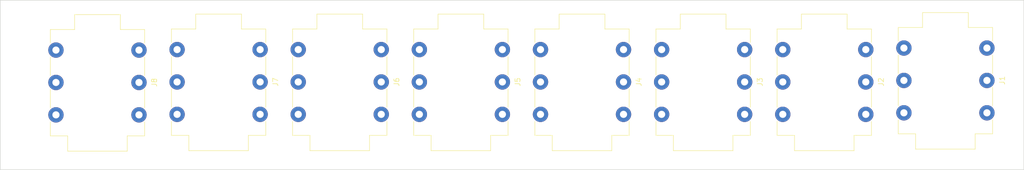
<source format=kicad_pcb>
(kicad_pcb (version 20221018) (generator pcbnew)
  (layers (0 "F.Cu" signal) (31 "B.Cu" signal) (34 "B.Paste" user) (35 "F.Paste" user) (36 "B.SilkS" user "B.Silkscreen") (37 "F.SilkS" user "F.Silkscreen") (38 "B.Mask" user) (39 "F.Mask" user) (44 "Edge.Cuts" user))
  (net 0 "")
  (footprint "Connector_Audio:Jack_6.35mm_Neutrik_NMJ6HCD2_Horizontal" (layer "F.Cu") (at 150.36 79.17 -90)
    (fp_text reference "J5" (at 6.35 -3 90) (layer "F.SilkS"))
    (fp_text value "NMJ6HFD2")
    (fp_line (start -6.95 3.645) (end -4.03 3.645) (stroke (width 0.12)) (layer "F.SilkS"))
    (fp_line (start -6.95 12.545) (end -6.95 3.645) (stroke (width 0.12)) (layer "F.SilkS"))
    (fp_line (start -6.95 12.585) (end -4.03 12.585) (stroke (width 0.12)) (layer "F.SilkS"))
    (fp_line (start -4.03 -1.105) (end -1.4 -1.105) (stroke (width 0.12)) (layer "F.SilkS"))
    (fp_line (start -4.03 3.645) (end -4.03 -1.105) (stroke (width 0.12)) (layer "F.SilkS"))
    (fp_line (start -4.03 17.335) (end -4.03 12.585) (stroke (width 0.12)) (layer "F.SilkS"))
    (fp_line (start -1.4 17.335) (end -4.03 17.335) (stroke (width 0.12)) (layer "F.SilkS"))
    (fp_line (start 1.4 -1.105) (end 5 -1.105) (stroke (width 0.12)) (layer "F.SilkS"))
    (fp_line (start 5 17.335) (end 1.4 17.335) (stroke (width 0.12)) (layer "F.SilkS"))
    (fp_line (start 7.7 -1.105) (end 11.3 -1.105) (stroke (width 0.12)) (layer "F.SilkS"))
    (fp_line (start 11.3 17.335) (end 7.7 17.335) (stroke (width 0.12)) (layer "F.SilkS"))
    (fp_line (start 16.82 -1.105) (end 14.1 -1.105) (stroke (width 0.12)) (layer "F.SilkS"))
    (fp_line (start 16.82 2.295) (end 16.82 -1.105) (stroke (width 0.12)) (layer "F.SilkS"))
    (fp_line (start 16.82 2.295) (end 19.82 2.295) (stroke (width 0.12)) (layer "F.SilkS"))
    (fp_line (start 16.82 13.935) (end 19.82 13.935) (stroke (width 0.12)) (layer "F.SilkS"))
    (fp_line (start 16.82 17.335) (end 14.1 17.335) (stroke (width 0.12)) (layer "F.SilkS"))
    (fp_line (start 16.82 17.335) (end 16.82 13.935) (stroke (width 0.12)) (layer "F.SilkS"))
    (fp_line (start 19.82 13.935) (end 19.82 2.295) (stroke (width 0.12)) (layer "F.SilkS"))
    (pad "R" thru_hole circle (at 6.35 0 270) (size 3 3) (drill 1.4) (layers "*.Cu" "*.Mask"))
    (pad "RN" thru_hole circle (at 6.35 16.23 270) (size 3 3) (drill 1.4) (layers "*.Cu" "*.Mask"))
    (pad "S" thru_hole circle (at 12.7 0 270) (size 3 3) (drill 1.4) (layers "*.Cu" "*.Mask"))
    (pad "SN" thru_hole circle (at 12.7 16.23 270) (size 3 3) (drill 1.4) (layers "*.Cu" "*.Mask"))
    (pad "T" thru_hole circle (at 0 0 270) (size 3 3) (drill 1.4) (layers "*.Cu" "*.Mask"))
    (pad "TN" thru_hole circle (at 0 16.23 270) (size 3 3) (drill 1.4) (layers "*.Cu" "*.Mask"))
  )
  (footprint "Connector_Audio:Jack_6.35mm_Neutrik_NMJ6HCD2_Horizontal" (layer "F.Cu") (at 221.4 79.17 -90)
    (fp_text reference "J2" (at 6.35 -3 90) (layer "F.SilkS"))
    (fp_text value "NMJ6HFD2")
    (fp_line (start -6.95 3.645) (end -4.03 3.645) (stroke (width 0.12)) (layer "F.SilkS"))
    (fp_line (start -6.95 12.545) (end -6.95 3.645) (stroke (width 0.12)) (layer "F.SilkS"))
    (fp_line (start -6.95 12.585) (end -4.03 12.585) (stroke (width 0.12)) (layer "F.SilkS"))
    (fp_line (start -4.03 -1.105) (end -1.4 -1.105) (stroke (width 0.12)) (layer "F.SilkS"))
    (fp_line (start -4.03 3.645) (end -4.03 -1.105) (stroke (width 0.12)) (layer "F.SilkS"))
    (fp_line (start -4.03 17.335) (end -4.03 12.585) (stroke (width 0.12)) (layer "F.SilkS"))
    (fp_line (start -1.4 17.335) (end -4.03 17.335) (stroke (width 0.12)) (layer "F.SilkS"))
    (fp_line (start 1.4 -1.105) (end 5 -1.105) (stroke (width 0.12)) (layer "F.SilkS"))
    (fp_line (start 5 17.335) (end 1.4 17.335) (stroke (width 0.12)) (layer "F.SilkS"))
    (fp_line (start 7.7 -1.105) (end 11.3 -1.105) (stroke (width 0.12)) (layer "F.SilkS"))
    (fp_line (start 11.3 17.335) (end 7.7 17.335) (stroke (width 0.12)) (layer "F.SilkS"))
    (fp_line (start 16.82 -1.105) (end 14.1 -1.105) (stroke (width 0.12)) (layer "F.SilkS"))
    (fp_line (start 16.82 2.295) (end 16.82 -1.105) (stroke (width 0.12)) (layer "F.SilkS"))
    (fp_line (start 16.82 2.295) (end 19.82 2.295) (stroke (width 0.12)) (layer "F.SilkS"))
    (fp_line (start 16.82 13.935) (end 19.82 13.935) (stroke (width 0.12)) (layer "F.SilkS"))
    (fp_line (start 16.82 17.335) (end 14.1 17.335) (stroke (width 0.12)) (layer "F.SilkS"))
    (fp_line (start 16.82 17.335) (end 16.82 13.935) (stroke (width 0.12)) (layer "F.SilkS"))
    (fp_line (start 19.82 13.935) (end 19.82 2.295) (stroke (width 0.12)) (layer "F.SilkS"))
    (pad "R" thru_hole circle (at 6.35 0 270) (size 3 3) (drill 1.4) (layers "*.Cu" "*.Mask"))
    (pad "RN" thru_hole circle (at 6.35 16.23 270) (size 3 3) (drill 1.4) (layers "*.Cu" "*.Mask"))
    (pad "S" thru_hole circle (at 12.7 0 270) (size 3 3) (drill 1.4) (layers "*.Cu" "*.Mask"))
    (pad "SN" thru_hole circle (at 12.7 16.23 270) (size 3 3) (drill 1.4) (layers "*.Cu" "*.Mask"))
    (pad "T" thru_hole circle (at 0 0 270) (size 3 3) (drill 1.4) (layers "*.Cu" "*.Mask"))
    (pad "TN" thru_hole circle (at 0 16.23 270) (size 3 3) (drill 1.4) (layers "*.Cu" "*.Mask"))
  )
  (footprint "Connector_Audio:Jack_6.35mm_Neutrik_NMJ6HCD2_Horizontal" (layer "F.Cu") (at 245.08 78.87 -90)
    (fp_text reference "J1" (at 6.35 -3 90) (layer "F.SilkS"))
    (fp_text value "NMJ6HFD2")
    (fp_line (start -6.95 3.645) (end -4.03 3.645) (stroke (width 0.12)) (layer "F.SilkS"))
    (fp_line (start -6.95 12.545) (end -6.95 3.645) (stroke (width 0.12)) (layer "F.SilkS"))
    (fp_line (start -6.95 12.585) (end -4.03 12.585) (stroke (width 0.12)) (layer "F.SilkS"))
    (fp_line (start -4.03 -1.105) (end -1.4 -1.105) (stroke (width 0.12)) (layer "F.SilkS"))
    (fp_line (start -4.03 3.645) (end -4.03 -1.105) (stroke (width 0.12)) (layer "F.SilkS"))
    (fp_line (start -4.03 17.335) (end -4.03 12.585) (stroke (width 0.12)) (layer "F.SilkS"))
    (fp_line (start -1.4 17.335) (end -4.03 17.335) (stroke (width 0.12)) (layer "F.SilkS"))
    (fp_line (start 1.4 -1.105) (end 5 -1.105) (stroke (width 0.12)) (layer "F.SilkS"))
    (fp_line (start 5 17.335) (end 1.4 17.335) (stroke (width 0.12)) (layer "F.SilkS"))
    (fp_line (start 7.7 -1.105) (end 11.3 -1.105) (stroke (width 0.12)) (layer "F.SilkS"))
    (fp_line (start 11.3 17.335) (end 7.7 17.335) (stroke (width 0.12)) (layer "F.SilkS"))
    (fp_line (start 16.82 -1.105) (end 14.1 -1.105) (stroke (width 0.12)) (layer "F.SilkS"))
    (fp_line (start 16.82 2.295) (end 16.82 -1.105) (stroke (width 0.12)) (layer "F.SilkS"))
    (fp_line (start 16.82 2.295) (end 19.82 2.295) (stroke (width 0.12)) (layer "F.SilkS"))
    (fp_line (start 16.82 13.935) (end 19.82 13.935) (stroke (width 0.12)) (layer "F.SilkS"))
    (fp_line (start 16.82 17.335) (end 14.1 17.335) (stroke (width 0.12)) (layer "F.SilkS"))
    (fp_line (start 16.82 17.335) (end 16.82 13.935) (stroke (width 0.12)) (layer "F.SilkS"))
    (fp_line (start 19.82 13.935) (end 19.82 2.295) (stroke (width 0.12)) (layer "F.SilkS"))
    (pad "R" thru_hole circle (at 6.35 0 270) (size 3 3) (drill 1.4) (layers "*.Cu" "*.Mask"))
    (pad "RN" thru_hole circle (at 6.35 16.23 270) (size 3 3) (drill 1.4) (layers "*.Cu" "*.Mask"))
    (pad "S" thru_hole circle (at 12.7 0 270) (size 3 3) (drill 1.4) (layers "*.Cu" "*.Mask"))
    (pad "SN" thru_hole circle (at 12.7 16.23 270) (size 3 3) (drill 1.4) (layers "*.Cu" "*.Mask"))
    (pad "T" thru_hole circle (at 0 0 270) (size 3 3) (drill 1.4) (layers "*.Cu" "*.Mask"))
    (pad "TN" thru_hole circle (at 0 16.23 270) (size 3 3) (drill 1.4) (layers "*.Cu" "*.Mask"))
  )
  (footprint "Connector_Audio:Jack_6.35mm_Neutrik_NMJ6HCD2_Horizontal" (layer "F.Cu") (at 126.68 79.17 -90)
    (fp_text reference "J6" (at 6.35 -3 90) (layer "F.SilkS"))
    (fp_text value "NMJ6HFD2")
    (fp_line (start -6.95 3.645) (end -4.03 3.645) (stroke (width 0.12)) (layer "F.SilkS"))
    (fp_line (start -6.95 12.545) (end -6.95 3.645) (stroke (width 0.12)) (layer "F.SilkS"))
    (fp_line (start -6.95 12.585) (end -4.03 12.585) (stroke (width 0.12)) (layer "F.SilkS"))
    (fp_line (start -4.03 -1.105) (end -1.4 -1.105) (stroke (width 0.12)) (layer "F.SilkS"))
    (fp_line (start -4.03 3.645) (end -4.03 -1.105) (stroke (width 0.12)) (layer "F.SilkS"))
    (fp_line (start -4.03 17.335) (end -4.03 12.585) (stroke (width 0.12)) (layer "F.SilkS"))
    (fp_line (start -1.4 17.335) (end -4.03 17.335) (stroke (width 0.12)) (layer "F.SilkS"))
    (fp_line (start 1.4 -1.105) (end 5 -1.105) (stroke (width 0.12)) (layer "F.SilkS"))
    (fp_line (start 5 17.335) (end 1.4 17.335) (stroke (width 0.12)) (layer "F.SilkS"))
    (fp_line (start 7.7 -1.105) (end 11.3 -1.105) (stroke (width 0.12)) (layer "F.SilkS"))
    (fp_line (start 11.3 17.335) (end 7.7 17.335) (stroke (width 0.12)) (layer "F.SilkS"))
    (fp_line (start 16.82 -1.105) (end 14.1 -1.105) (stroke (width 0.12)) (layer "F.SilkS"))
    (fp_line (start 16.82 2.295) (end 16.82 -1.105) (stroke (width 0.12)) (layer "F.SilkS"))
    (fp_line (start 16.82 2.295) (end 19.82 2.295) (stroke (width 0.12)) (layer "F.SilkS"))
    (fp_line (start 16.82 13.935) (end 19.82 13.935) (stroke (width 0.12)) (layer "F.SilkS"))
    (fp_line (start 16.82 17.335) (end 14.1 17.335) (stroke (width 0.12)) (layer "F.SilkS"))
    (fp_line (start 16.82 17.335) (end 16.82 13.935) (stroke (width 0.12)) (layer "F.SilkS"))
    (fp_line (start 19.82 13.935) (end 19.82 2.295) (stroke (width 0.12)) (layer "F.SilkS"))
    (pad "R" thru_hole circle (at 6.35 0 270) (size 3 3) (drill 1.4) (layers "*.Cu" "*.Mask"))
    (pad "RN" thru_hole circle (at 6.35 16.23 270) (size 3 3) (drill 1.4) (layers "*.Cu" "*.Mask"))
    (pad "S" thru_hole circle (at 12.7 0 270) (size 3 3) (drill 1.4) (layers "*.Cu" "*.Mask"))
    (pad "SN" thru_hole circle (at 12.7 16.23 270) (size 3 3) (drill 1.4) (layers "*.Cu" "*.Mask"))
    (pad "T" thru_hole circle (at 0 0 270) (size 3 3) (drill 1.4) (layers "*.Cu" "*.Mask"))
    (pad "TN" thru_hole circle (at 0 16.23 270) (size 3 3) (drill 1.4) (layers "*.Cu" "*.Mask"))
  )
  (footprint "Connector_Audio:Jack_6.35mm_Neutrik_NMJ6HCD2_Horizontal" (layer "F.Cu") (at 174.04 79.17 -90)
    (fp_text reference "J4" (at 6.35 -3 90) (layer "F.SilkS"))
    (fp_text value "NMJ6HFD2")
    (fp_line (start -6.95 3.645) (end -4.03 3.645) (stroke (width 0.12)) (layer "F.SilkS"))
    (fp_line (start -6.95 12.545) (end -6.95 3.645) (stroke (width 0.12)) (layer "F.SilkS"))
    (fp_line (start -6.95 12.585) (end -4.03 12.585) (stroke (width 0.12)) (layer "F.SilkS"))
    (fp_line (start -4.03 -1.105) (end -1.4 -1.105) (stroke (width 0.12)) (layer "F.SilkS"))
    (fp_line (start -4.03 3.645) (end -4.03 -1.105) (stroke (width 0.12)) (layer "F.SilkS"))
    (fp_line (start -4.03 17.335) (end -4.03 12.585) (stroke (width 0.12)) (layer "F.SilkS"))
    (fp_line (start -1.4 17.335) (end -4.03 17.335) (stroke (width 0.12)) (layer "F.SilkS"))
    (fp_line (start 1.4 -1.105) (end 5 -1.105) (stroke (width 0.12)) (layer "F.SilkS"))
    (fp_line (start 5 17.335) (end 1.4 17.335) (stroke (width 0.12)) (layer "F.SilkS"))
    (fp_line (start 7.7 -1.105) (end 11.3 -1.105) (stroke (width 0.12)) (layer "F.SilkS"))
    (fp_line (start 11.3 17.335) (end 7.7 17.335) (stroke (width 0.12)) (layer "F.SilkS"))
    (fp_line (start 16.82 -1.105) (end 14.1 -1.105) (stroke (width 0.12)) (layer "F.SilkS"))
    (fp_line (start 16.82 2.295) (end 16.82 -1.105) (stroke (width 0.12)) (layer "F.SilkS"))
    (fp_line (start 16.82 2.295) (end 19.82 2.295) (stroke (width 0.12)) (layer "F.SilkS"))
    (fp_line (start 16.82 13.935) (end 19.82 13.935) (stroke (width 0.12)) (layer "F.SilkS"))
    (fp_line (start 16.82 17.335) (end 14.1 17.335) (stroke (width 0.12)) (layer "F.SilkS"))
    (fp_line (start 16.82 17.335) (end 16.82 13.935) (stroke (width 0.12)) (layer "F.SilkS"))
    (fp_line (start 19.82 13.935) (end 19.82 2.295) (stroke (width 0.12)) (layer "F.SilkS"))
    (pad "R" thru_hole circle (at 6.35 0 270) (size 3 3) (drill 1.4) (layers "*.Cu" "*.Mask"))
    (pad "RN" thru_hole circle (at 6.35 16.23 270) (size 3 3) (drill 1.4) (layers "*.Cu" "*.Mask"))
    (pad "S" thru_hole circle (at 12.7 0 270) (size 3 3) (drill 1.4) (layers "*.Cu" "*.Mask"))
    (pad "SN" thru_hole circle (at 12.7 16.23 270) (size 3 3) (drill 1.4) (layers "*.Cu" "*.Mask"))
    (pad "T" thru_hole circle (at 0 0 270) (size 3 3) (drill 1.4) (layers "*.Cu" "*.Mask"))
    (pad "TN" thru_hole circle (at 0 16.23 270) (size 3 3) (drill 1.4) (layers "*.Cu" "*.Mask"))
  )
  (footprint "Connector_Audio:Jack_6.35mm_Neutrik_NMJ6HCD2_Horizontal" (layer "F.Cu") (at 103 79.17 -90)
    (fp_text reference "J7" (at 6.35 -3 90) (layer "F.SilkS"))
    (fp_text value "NMJ6HFD2")
    (fp_line (start -6.95 3.645) (end -4.03 3.645) (stroke (width 0.12)) (layer "F.SilkS"))
    (fp_line (start -6.95 12.545) (end -6.95 3.645) (stroke (width 0.12)) (layer "F.SilkS"))
    (fp_line (start -6.95 12.585) (end -4.03 12.585) (stroke (width 0.12)) (layer "F.SilkS"))
    (fp_line (start -4.03 -1.105) (end -1.4 -1.105) (stroke (width 0.12)) (layer "F.SilkS"))
    (fp_line (start -4.03 3.645) (end -4.03 -1.105) (stroke (width 0.12)) (layer "F.SilkS"))
    (fp_line (start -4.03 17.335) (end -4.03 12.585) (stroke (width 0.12)) (layer "F.SilkS"))
    (fp_line (start -1.4 17.335) (end -4.03 17.335) (stroke (width 0.12)) (layer "F.SilkS"))
    (fp_line (start 1.4 -1.105) (end 5 -1.105) (stroke (width 0.12)) (layer "F.SilkS"))
    (fp_line (start 5 17.335) (end 1.4 17.335) (stroke (width 0.12)) (layer "F.SilkS"))
    (fp_line (start 7.7 -1.105) (end 11.3 -1.105) (stroke (width 0.12)) (layer "F.SilkS"))
    (fp_line (start 11.3 17.335) (end 7.7 17.335) (stroke (width 0.12)) (layer "F.SilkS"))
    (fp_line (start 16.82 -1.105) (end 14.1 -1.105) (stroke (width 0.12)) (layer "F.SilkS"))
    (fp_line (start 16.82 2.295) (end 16.82 -1.105) (stroke (width 0.12)) (layer "F.SilkS"))
    (fp_line (start 16.82 2.295) (end 19.82 2.295) (stroke (width 0.12)) (layer "F.SilkS"))
    (fp_line (start 16.82 13.935) (end 19.82 13.935) (stroke (width 0.12)) (layer "F.SilkS"))
    (fp_line (start 16.82 17.335) (end 14.1 17.335) (stroke (width 0.12)) (layer "F.SilkS"))
    (fp_line (start 16.82 17.335) (end 16.82 13.935) (stroke (width 0.12)) (layer "F.SilkS"))
    (fp_line (start 19.82 13.935) (end 19.82 2.295) (stroke (width 0.12)) (layer "F.SilkS"))
    (pad "R" thru_hole circle (at 6.35 0 270) (size 3 3) (drill 1.4) (layers "*.Cu" "*.Mask"))
    (pad "RN" thru_hole circle (at 6.35 16.23 270) (size 3 3) (drill 1.4) (layers "*.Cu" "*.Mask"))
    (pad "S" thru_hole circle (at 12.7 0 270) (size 3 3) (drill 1.4) (layers "*.Cu" "*.Mask"))
    (pad "SN" thru_hole circle (at 12.7 16.23 270) (size 3 3) (drill 1.4) (layers "*.Cu" "*.Mask"))
    (pad "T" thru_hole circle (at 0 0 270) (size 3 3) (drill 1.4) (layers "*.Cu" "*.Mask"))
    (pad "TN" thru_hole circle (at 0 16.23 270) (size 3 3) (drill 1.4) (layers "*.Cu" "*.Mask"))
  )
  (footprint "Connector_Audio:Jack_6.35mm_Neutrik_NMJ6HCD2_Horizontal" (layer "F.Cu") (at 79.32 79.27 -90)
    (fp_text reference "J8" (at 6.35 -3 90) (layer "F.SilkS"))
    (fp_text value "NMJ6HFD2")
    (fp_line (start -6.95 3.645) (end -4.03 3.645) (stroke (width 0.12)) (layer "F.SilkS"))
    (fp_line (start -6.95 12.545) (end -6.95 3.645) (stroke (width 0.12)) (layer "F.SilkS"))
    (fp_line (start -6.95 12.585) (end -4.03 12.585) (stroke (width 0.12)) (layer "F.SilkS"))
    (fp_line (start -4.03 -1.105) (end -1.4 -1.105) (stroke (width 0.12)) (layer "F.SilkS"))
    (fp_line (start -4.03 3.645) (end -4.03 -1.105) (stroke (width 0.12)) (layer "F.SilkS"))
    (fp_line (start -4.03 17.335) (end -4.03 12.585) (stroke (width 0.12)) (layer "F.SilkS"))
    (fp_line (start -1.4 17.335) (end -4.03 17.335) (stroke (width 0.12)) (layer "F.SilkS"))
    (fp_line (start 1.4 -1.105) (end 5 -1.105) (stroke (width 0.12)) (layer "F.SilkS"))
    (fp_line (start 5 17.335) (end 1.4 17.335) (stroke (width 0.12)) (layer "F.SilkS"))
    (fp_line (start 7.7 -1.105) (end 11.3 -1.105) (stroke (width 0.12)) (layer "F.SilkS"))
    (fp_line (start 11.3 17.335) (end 7.7 17.335) (stroke (width 0.12)) (layer "F.SilkS"))
    (fp_line (start 16.82 -1.105) (end 14.1 -1.105) (stroke (width 0.12)) (layer "F.SilkS"))
    (fp_line (start 16.82 2.295) (end 16.82 -1.105) (stroke (width 0.12)) (layer "F.SilkS"))
    (fp_line (start 16.82 2.295) (end 19.82 2.295) (stroke (width 0.12)) (layer "F.SilkS"))
    (fp_line (start 16.82 13.935) (end 19.82 13.935) (stroke (width 0.12)) (layer "F.SilkS"))
    (fp_line (start 16.82 17.335) (end 14.1 17.335) (stroke (width 0.12)) (layer "F.SilkS"))
    (fp_line (start 16.82 17.335) (end 16.82 13.935) (stroke (width 0.12)) (layer "F.SilkS"))
    (fp_line (start 19.82 13.935) (end 19.82 2.295) (stroke (width 0.12)) (layer "F.SilkS"))
    (pad "R" thru_hole circle (at 6.35 0 270) (size 3 3) (drill 1.4) (layers "*.Cu" "*.Mask"))
    (pad "RN" thru_hole circle (at 6.35 16.23 270) (size 3 3) (drill 1.4) (layers "*.Cu" "*.Mask"))
    (pad "S" thru_hole circle (at 12.7 0 270) (size 3 3) (drill 1.4) (layers "*.Cu" "*.Mask"))
    (pad "SN" thru_hole circle (at 12.7 16.23 270) (size 3 3) (drill 1.4) (layers "*.Cu" "*.Mask"))
    (pad "T" thru_hole circle (at 0 0 270) (size 3 3) (drill 1.4) (layers "*.Cu" "*.Mask"))
    (pad "TN" thru_hole circle (at 0 16.23 270) (size 3 3) (drill 1.4) (layers "*.Cu" "*.Mask"))
  )
  (footprint "Connector_Audio:Jack_6.35mm_Neutrik_NMJ6HCD2_Horizontal" (layer "F.Cu") (at 197.72 79.17 -90)
    (fp_text reference "J3" (at 6.35 -3 90) (layer "F.SilkS"))
    (fp_text value "NMJ6HFD2")
    (fp_line (start -6.95 3.645) (end -4.03 3.645) (stroke (width 0.12)) (layer "F.SilkS"))
    (fp_line (start -6.95 12.545) (end -6.95 3.645) (stroke (width 0.12)) (layer "F.SilkS"))
    (fp_line (start -6.95 12.585) (end -4.03 12.585) (stroke (width 0.12)) (layer "F.SilkS"))
    (fp_line (start -4.03 -1.105) (end -1.4 -1.105) (stroke (width 0.12)) (layer "F.SilkS"))
    (fp_line (start -4.03 3.645) (end -4.03 -1.105) (stroke (width 0.12)) (layer "F.SilkS"))
    (fp_line (start -4.03 17.335) (end -4.03 12.585) (stroke (width 0.12)) (layer "F.SilkS"))
    (fp_line (start -1.4 17.335) (end -4.03 17.335) (stroke (width 0.12)) (layer "F.SilkS"))
    (fp_line (start 1.4 -1.105) (end 5 -1.105) (stroke (width 0.12)) (layer "F.SilkS"))
    (fp_line (start 5 17.335) (end 1.4 17.335) (stroke (width 0.12)) (layer "F.SilkS"))
    (fp_line (start 7.7 -1.105) (end 11.3 -1.105) (stroke (width 0.12)) (layer "F.SilkS"))
    (fp_line (start 11.3 17.335) (end 7.7 17.335) (stroke (width 0.12)) (layer "F.SilkS"))
    (fp_line (start 16.82 -1.105) (end 14.1 -1.105) (stroke (width 0.12)) (layer "F.SilkS"))
    (fp_line (start 16.82 2.295) (end 16.82 -1.105) (stroke (width 0.12)) (layer "F.SilkS"))
    (fp_line (start 16.82 2.295) (end 19.82 2.295) (stroke (width 0.12)) (layer "F.SilkS"))
    (fp_line (start 16.82 13.935) (end 19.82 13.935) (stroke (width 0.12)) (layer "F.SilkS"))
    (fp_line (start 16.82 17.335) (end 14.1 17.335) (stroke (width 0.12)) (layer "F.SilkS"))
    (fp_line (start 16.82 17.335) (end 16.82 13.935) (stroke (width 0.12)) (layer "F.SilkS"))
    (fp_line (start 19.82 13.935) (end 19.82 2.295) (stroke (width 0.12)) (layer "F.SilkS"))
    (pad "R" thru_hole circle (at 6.35 0 270) (size 3 3) (drill 1.4) (layers "*.Cu" "*.Mask"))
    (pad "RN" thru_hole circle (at 6.35 16.23 270) (size 3 3) (drill 1.4) (layers "*.Cu" "*.Mask"))
    (pad "S" thru_hole circle (at 12.7 0 270) (size 3 3) (drill 1.4) (layers "*.Cu" "*.Mask"))
    (pad "SN" thru_hole circle (at 12.7 16.23 270) (size 3 3) (drill 1.4) (layers "*.Cu" "*.Mask"))
    (pad "T" thru_hole circle (at 0 0 270) (size 3 3) (drill 1.4) (layers "*.Cu" "*.Mask"))
    (pad "TN" thru_hole circle (at 0 16.23 270) (size 3 3) (drill 1.4) (layers "*.Cu" "*.Mask"))
  )
  (gr_rect (start 252.3 102.7) (end 52.2 69.5) (stroke (width 0.1)) (fill none) (layer "Edge.Cuts"))
)
</source>
